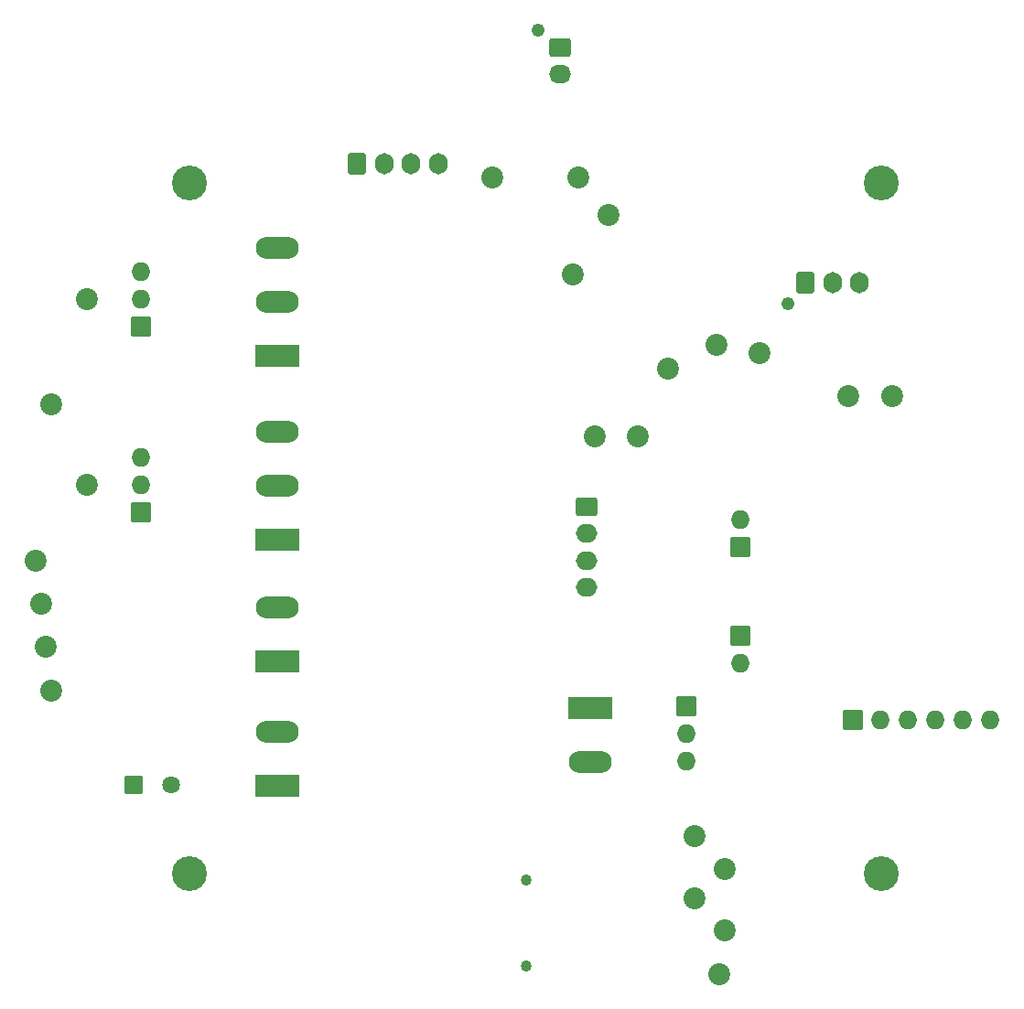
<source format=gbs>
%TF.GenerationSoftware,KiCad,Pcbnew,(6.0.5)*%
%TF.CreationDate,2022-06-07T13:18:44+00:00*%
%TF.ProjectId,co2_sensor_node,636f325f-7365-46e7-936f-725f6e6f6465,rev?*%
%TF.SameCoordinates,Original*%
%TF.FileFunction,Soldermask,Bot*%
%TF.FilePolarity,Negative*%
%FSLAX46Y46*%
G04 Gerber Fmt 4.6, Leading zero omitted, Abs format (unit mm)*
G04 Created by KiCad (PCBNEW (6.0.5)) date 2022-06-07 13:18:44*
%MOMM*%
%LPD*%
G01*
G04 APERTURE LIST*
G04 Aperture macros list*
%AMRoundRect*
0 Rectangle with rounded corners*
0 $1 Rounding radius*
0 $2 $3 $4 $5 $6 $7 $8 $9 X,Y pos of 4 corners*
0 Add a 4 corners polygon primitive as box body*
4,1,4,$2,$3,$4,$5,$6,$7,$8,$9,$2,$3,0*
0 Add four circle primitives for the rounded corners*
1,1,$1+$1,$2,$3*
1,1,$1+$1,$4,$5*
1,1,$1+$1,$6,$7*
1,1,$1+$1,$8,$9*
0 Add four rect primitives between the rounded corners*
20,1,$1+$1,$2,$3,$4,$5,0*
20,1,$1+$1,$4,$5,$6,$7,0*
20,1,$1+$1,$6,$7,$8,$9,0*
20,1,$1+$1,$8,$9,$2,$3,0*%
G04 Aperture macros list end*
%ADD10RoundRect,0.015000X0.850000X0.850000X-0.850000X0.850000X-0.850000X-0.850000X0.850000X-0.850000X0*%
%ADD11O,1.730000X1.730000*%
%ADD12C,2.030000*%
%ADD13RoundRect,0.015000X1.980000X-0.990000X1.980000X0.990000X-1.980000X0.990000X-1.980000X-0.990000X0*%
%ADD14O,3.990000X2.010000*%
%ADD15C,3.230000*%
%ADD16RoundRect,0.015000X0.850000X-0.850000X0.850000X0.850000X-0.850000X0.850000X-0.850000X-0.850000X0*%
%ADD17RoundRect,0.265000X-0.725000X0.600000X-0.725000X-0.600000X0.725000X-0.600000X0.725000X0.600000X0*%
%ADD18O,1.980000X1.730000*%
%ADD19RoundRect,0.015000X-0.850000X-0.850000X0.850000X-0.850000X0.850000X0.850000X-0.850000X0.850000X0*%
%ADD20C,1.230000*%
%ADD21RoundRect,0.265000X-0.750000X0.600000X-0.750000X-0.600000X0.750000X-0.600000X0.750000X0.600000X0*%
%ADD22O,2.030000X1.730000*%
%ADD23RoundRect,0.265000X-0.600000X-0.725000X0.600000X-0.725000X0.600000X0.725000X-0.600000X0.725000X0*%
%ADD24O,1.730000X1.980000*%
%ADD25RoundRect,0.015000X-0.800000X-0.800000X0.800000X-0.800000X0.800000X0.800000X-0.800000X0.800000X0*%
%ADD26C,1.630000*%
%ADD27C,1.030000*%
%ADD28RoundRect,0.015000X-1.980000X0.990000X-1.980000X-0.990000X1.980000X-0.990000X1.980000X0.990000X0*%
G04 APERTURE END LIST*
D10*
%TO.C,JP1*%
X169500000Y-106750000D03*
D11*
X169500000Y-104210000D03*
%TD*%
D12*
%TO.C,TP6*%
X156000000Y-96500000D03*
%TD*%
D13*
%TO.C,J3*%
X126625000Y-117335000D03*
D14*
X126625000Y-112335000D03*
%TD*%
D15*
%TO.C,H1*%
X118500000Y-137000000D03*
%TD*%
D12*
%TO.C,TP5*%
X171250000Y-88750000D03*
%TD*%
%TO.C,TP2*%
X154500000Y-72500000D03*
%TD*%
D13*
%TO.C,J5*%
X126625000Y-106045000D03*
D14*
X126625000Y-101045000D03*
X126625000Y-96045000D03*
%TD*%
D12*
%TO.C,TP4*%
X157250000Y-76000000D03*
%TD*%
D16*
%TO.C,J11*%
X179900000Y-122750000D03*
D11*
X182440000Y-122750000D03*
X184980000Y-122750000D03*
X187520000Y-122750000D03*
X190060000Y-122750000D03*
X192600000Y-122750000D03*
%TD*%
D15*
%TO.C,H4*%
X182500000Y-137000000D03*
%TD*%
D17*
%TO.C,J9*%
X155250000Y-103000000D03*
D18*
X155250000Y-105500000D03*
X155250000Y-108000000D03*
X155250000Y-110500000D03*
%TD*%
D12*
%TO.C,TP15*%
X179500000Y-92750000D03*
%TD*%
D10*
%TO.C,J2*%
X114000000Y-86290000D03*
D11*
X114000000Y-83750000D03*
X114000000Y-81210000D03*
%TD*%
D19*
%TO.C,J12*%
X164500000Y-121475000D03*
D11*
X164500000Y-124015000D03*
X164500000Y-126555000D03*
%TD*%
D12*
%TO.C,TP1*%
X162750000Y-90250000D03*
%TD*%
D20*
%TO.C,J7*%
X150775000Y-58900000D03*
D21*
X152775000Y-60500000D03*
D22*
X152775000Y-63000000D03*
%TD*%
D12*
%TO.C,TP16*%
X104750000Y-112000000D03*
%TD*%
D13*
%TO.C,J4*%
X126625000Y-128835000D03*
D14*
X126625000Y-123835000D03*
%TD*%
D12*
%TO.C,TP10*%
X105750000Y-93500000D03*
%TD*%
D15*
%TO.C,H2*%
X118500000Y-73000000D03*
%TD*%
D12*
%TO.C,TP13*%
X109000000Y-83750000D03*
%TD*%
%TO.C,TP18*%
X104250000Y-108000000D03*
%TD*%
D19*
%TO.C,JP2*%
X169500000Y-114975000D03*
D11*
X169500000Y-117515000D03*
%TD*%
D15*
%TO.C,H3*%
X182500000Y-73000000D03*
%TD*%
D12*
%TO.C,TP9*%
X167250000Y-88000000D03*
%TD*%
%TO.C,TP12*%
X109000000Y-101000000D03*
%TD*%
D23*
%TO.C,J10*%
X134000000Y-71250000D03*
D24*
X136500000Y-71250000D03*
X139000000Y-71250000D03*
X141500000Y-71250000D03*
%TD*%
D13*
%TO.C,J6*%
X126625000Y-89045000D03*
D14*
X126625000Y-84045000D03*
X126625000Y-79045000D03*
%TD*%
D12*
%TO.C,TP11*%
X165250000Y-133500000D03*
%TD*%
%TO.C,TP8*%
X154000000Y-81500000D03*
%TD*%
%TO.C,TP3*%
X146500000Y-72500000D03*
%TD*%
%TO.C,TP19*%
X105750000Y-120000000D03*
%TD*%
D25*
%TO.C,C10*%
X113347349Y-128750000D03*
D26*
X116847349Y-128750000D03*
%TD*%
D10*
%TO.C,J1*%
X114000000Y-103540000D03*
D11*
X114000000Y-101000000D03*
X114000000Y-98460000D03*
%TD*%
D12*
%TO.C,TP14*%
X183500000Y-92750000D03*
%TD*%
%TO.C,TP20*%
X168000000Y-142250000D03*
%TD*%
%TO.C,TP7*%
X160000000Y-96500000D03*
%TD*%
D27*
%TO.C,J14*%
X149700000Y-145550000D03*
X149700000Y-137550000D03*
%TD*%
D12*
%TO.C,TP17*%
X105250000Y-116000000D03*
%TD*%
%TO.C,TP21*%
X165250000Y-139250000D03*
%TD*%
%TO.C,TP22*%
X167500000Y-146250000D03*
%TD*%
D28*
%TO.C,J13*%
X155625000Y-121665000D03*
D14*
X155625000Y-126665000D03*
%TD*%
D12*
%TO.C,TP23*%
X168000000Y-136500000D03*
%TD*%
D20*
%TO.C,J8*%
X173900000Y-84225000D03*
D23*
X175500000Y-82225000D03*
D24*
X178000000Y-82225000D03*
X180500000Y-82225000D03*
%TD*%
M02*

</source>
